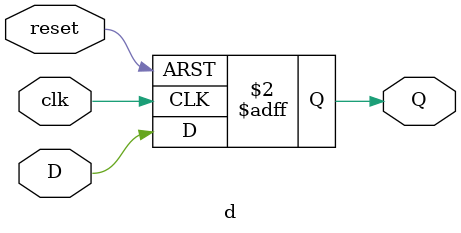
<source format=v>
`timescale 1ns / 1ps
module d(
    input clk,reset,D,      
    output reg Q          // Data output
);

    always @(posedge clk or posedge reset) begin
        if (reset) begin
            Q <= 1'b0;     // Reset the output Q to 0
        end 
        else begin
            Q <= D;        // Transfer D to Q
        end
    end
endmodule
</source>
